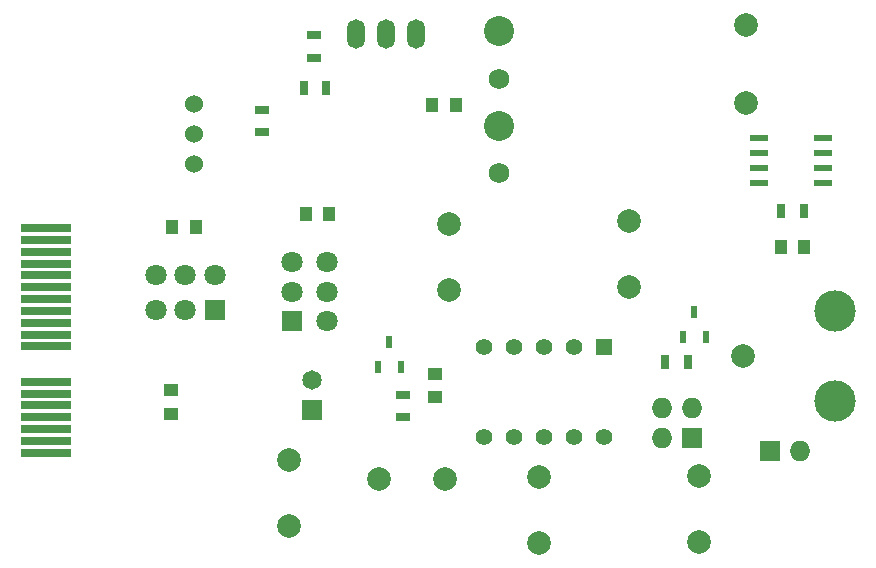
<source format=gts>
%FSLAX46Y46*%
G04 Gerber Fmt 4.6, Leading zero omitted, Abs format (unit mm)*
G04 Created by KiCad (PCBNEW (2014-10-27 BZR 5228)-product) date 13/01/2015 10:49:15*
%MOMM*%
G01*
G04 APERTURE LIST*
%ADD10C,0.100000*%
%ADD11R,1.250000X1.000000*%
%ADD12R,1.000000X1.250000*%
%ADD13R,1.651000X1.651000*%
%ADD14C,1.651000*%
%ADD15R,4.200000X0.700000*%
%ADD16R,1.397000X1.397000*%
%ADD17C,1.397000*%
%ADD18C,1.998980*%
%ADD19C,3.500000*%
%ADD20C,2.000000*%
%ADD21R,1.727200X1.727200*%
%ADD22O,1.727200X1.727200*%
%ADD23R,0.599440X1.000760*%
%ADD24R,1.300000X0.700000*%
%ADD25R,0.700000X1.300000*%
%ADD26R,1.800000X1.800000*%
%ADD27C,1.800000*%
%ADD28C,2.540000*%
%ADD29C,1.727200*%
%ADD30R,1.550000X0.600000*%
%ADD31C,1.524000*%
%ADD32O,1.501140X2.499360*%
G04 APERTURE END LIST*
D10*
D11*
X158000000Y-68200000D03*
X158000000Y-70200000D03*
D12*
X135800000Y-55800000D03*
X137800000Y-55800000D03*
D11*
X135700000Y-69600000D03*
X135700000Y-71600000D03*
D13*
X147600000Y-71270000D03*
D14*
X147600000Y-68730000D03*
D12*
X157800000Y-45400000D03*
X159800000Y-45400000D03*
X149100000Y-54700000D03*
X147100000Y-54700000D03*
X189300000Y-57500000D03*
X187300000Y-57500000D03*
D15*
X125074560Y-55868200D03*
X125074560Y-56868200D03*
X125074560Y-57868200D03*
X125074560Y-58868200D03*
X125074560Y-59868200D03*
X125074560Y-60868200D03*
X125074560Y-61868200D03*
X125074560Y-62868200D03*
X125074560Y-63868200D03*
X125074560Y-64868200D03*
X125074560Y-65868200D03*
X125074560Y-68868200D03*
X125074560Y-69868200D03*
X125074560Y-70868200D03*
X125074560Y-71868200D03*
X125074560Y-72868200D03*
X125074560Y-73868200D03*
X125074560Y-74868200D03*
D16*
X172339000Y-65913000D03*
D17*
X169799000Y-65913000D03*
X167259000Y-65913000D03*
X164719000Y-65913000D03*
X162179000Y-65913000D03*
X162179000Y-73533000D03*
X164719000Y-73533000D03*
X167259000Y-73533000D03*
X169799000Y-73533000D03*
X172339000Y-73533000D03*
D18*
X145696000Y-75508000D03*
X145696000Y-81096000D03*
X153308000Y-77104000D03*
X158896000Y-77104000D03*
X166804000Y-82492000D03*
X166804000Y-76904000D03*
X180396000Y-76808000D03*
X180396000Y-82396000D03*
X159258000Y-55499000D03*
X159258000Y-61087000D03*
X174498000Y-55245000D03*
X174498000Y-60833000D03*
D19*
X191900000Y-70500000D03*
X191900000Y-62900000D03*
D20*
X184100000Y-66700000D03*
D21*
X186430000Y-74700000D03*
D22*
X188970000Y-74700000D03*
D23*
X153225500Y-67604640D03*
X154178000Y-65491360D03*
X155130500Y-67604640D03*
X179047500Y-65056640D03*
X180000000Y-62943360D03*
X180952500Y-65056640D03*
D24*
X155300000Y-69950000D03*
X155300000Y-71850000D03*
D25*
X146950000Y-44000000D03*
X148850000Y-44000000D03*
D24*
X143400000Y-45850000D03*
X143400000Y-47750000D03*
X147800000Y-39550000D03*
X147800000Y-41450000D03*
D25*
X189250000Y-54400000D03*
X187350000Y-54400000D03*
X179450000Y-67200000D03*
X177550000Y-67200000D03*
D21*
X179770000Y-73670000D03*
D22*
X179770000Y-71130000D03*
X177230000Y-73670000D03*
X177230000Y-71130000D03*
D26*
X139400000Y-62800000D03*
D27*
X136900000Y-62800000D03*
X139400000Y-59800000D03*
X134400000Y-62800000D03*
X134400000Y-59800000D03*
X136900000Y-59800000D03*
D26*
X145923000Y-63741300D03*
D27*
X145923000Y-61241300D03*
X148923000Y-63741300D03*
X145923000Y-58741300D03*
X148923000Y-58741300D03*
X148923000Y-61241300D03*
D28*
X163461700Y-39199300D03*
D29*
X163461700Y-43199300D03*
D28*
X163461700Y-47199300D03*
D29*
X163461700Y-51199300D03*
D30*
X185501300Y-48234600D03*
X185501300Y-49504600D03*
X185501300Y-50774600D03*
X185501300Y-52044600D03*
X190901300Y-52044600D03*
X190901300Y-50774600D03*
X190901300Y-49504600D03*
X190901300Y-48234600D03*
D31*
X137600000Y-47860000D03*
X137600000Y-45320000D03*
X137600000Y-50400000D03*
D32*
X153893520Y-39451280D03*
X156433520Y-39451280D03*
X151353520Y-39451280D03*
D18*
X184400000Y-45299460D03*
X184400000Y-38700540D03*
M02*

</source>
